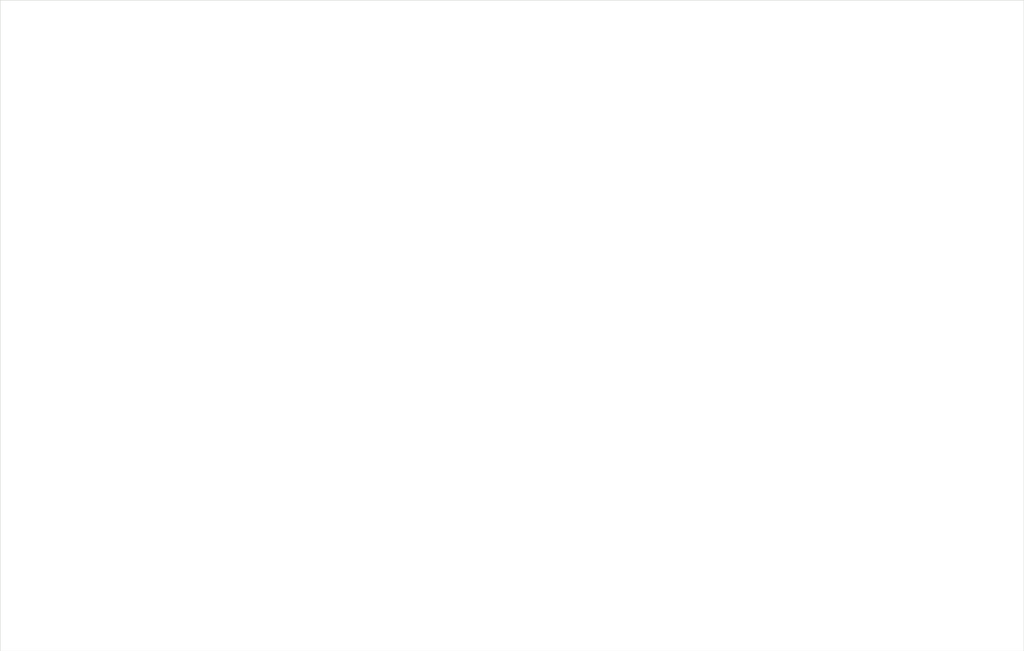
<source format=kicad_pcb>
(kicad_pcb
	(version 20241229)
	(generator "pcbnew")
	(generator_version "9.0")
	(general
		(thickness 1.6)
		(legacy_teardrops no)
	)
	(paper "A4")
	(layers
		(0 "F.Cu" signal)
		(2 "B.Cu" signal)
		(9 "F.Adhes" user "F.Adhesive")
		(11 "B.Adhes" user "B.Adhesive")
		(13 "F.Paste" user)
		(15 "B.Paste" user)
		(5 "F.SilkS" user "F.Silkscreen")
		(7 "B.SilkS" user "B.Silkscreen")
		(1 "F.Mask" user)
		(3 "B.Mask" user)
		(17 "Dwgs.User" user "User.Drawings")
		(19 "Cmts.User" user "User.Comments")
		(21 "Eco1.User" user "User.Eco1")
		(23 "Eco2.User" user "User.Eco2")
		(25 "Edge.Cuts" user)
		(27 "Margin" user)
		(31 "F.CrtYd" user "F.Courtyard")
		(29 "B.CrtYd" user "B.Courtyard")
		(35 "F.Fab" user)
		(33 "B.Fab" user)
		(39 "User.1" user)
		(41 "User.2" user)
		(43 "User.3" user)
		(45 "User.4" user)
	)
	(setup
		(pad_to_mask_clearance 0)
		(allow_soldermask_bridges_in_footprints no)
		(tenting front back)
		(pcbplotparams
			(layerselection 0x00000000_00000000_55555555_5755f5ff)
			(plot_on_all_layers_selection 0x00000000_00000000_00000000_00000000)
			(disableapertmacros no)
			(usegerberextensions no)
			(usegerberattributes yes)
			(usegerberadvancedattributes yes)
			(creategerberjobfile yes)
			(dashed_line_dash_ratio 12.000000)
			(dashed_line_gap_ratio 3.000000)
			(svgprecision 4)
			(plotframeref no)
			(mode 1)
			(useauxorigin no)
			(hpglpennumber 1)
			(hpglpenspeed 20)
			(hpglpendiameter 15.000000)
			(pdf_front_fp_property_popups yes)
			(pdf_back_fp_property_popups yes)
			(pdf_metadata yes)
			(pdf_single_document no)
			(dxfpolygonmode yes)
			(dxfimperialunits yes)
			(dxfusepcbnewfont yes)
			(psnegative no)
			(psa4output no)
			(plot_black_and_white yes)
			(sketchpadsonfab no)
			(plotpadnumbers no)
			(hidednponfab no)
			(sketchdnponfab yes)
			(crossoutdnponfab yes)
			(subtractmaskfromsilk no)
			(outputformat 1)
			(mirror no)
			(drillshape 1)
			(scaleselection 1)
			(outputdirectory "")
		)
	)
	(net 0 "")
	(gr_rect
		(start 40 30)
		(end 150 100)
		(stroke
			(width 0.05)
			(type default)
		)
		(fill no)
		(layer "Edge.Cuts")
		(uuid "72ba685f-30cf-4bf5-a7a4-c03bb2b70fbb")
	)
	(embedded_fonts no)
)

</source>
